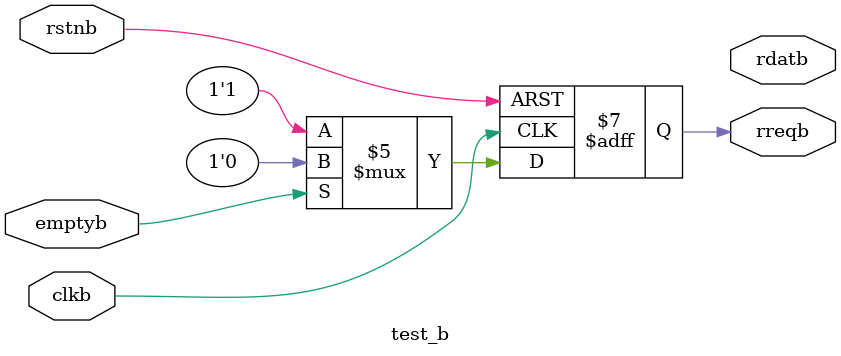
<source format=v>
module test_b(
	clkb	,
	rstnb	,
	rreqb	,
	rdatb	,
	emptyb

);

input		clkb;
input		rstnb;

output		rreqb;
output [7:0]rdatb;
input 		emptyb;
//Boundary
wire		clkb;
wire		rstnb;
reg			rreqb;
reg	   [7:0]rdatb;
wire		emptyb;


//Body
always @ (posedge clkb or negedge rstnb)begin
	if (~rstnb)begin
		rreqb <= 1'b0;
	end
	else if (~emptyb)begin
		rreqb <= 1'b1;
	end
	else begin
		rreqb <= 1'b0;
	end
end


endmodule

</source>
